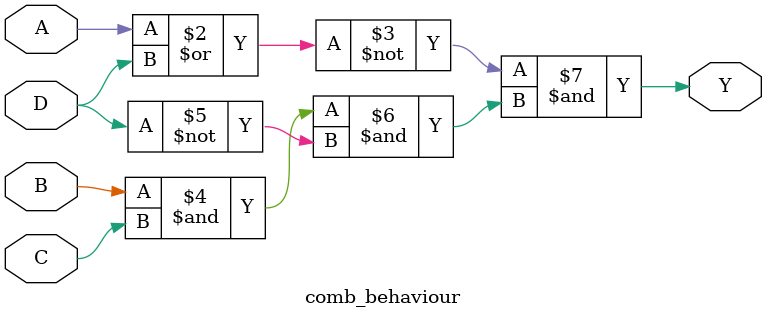
<source format=v>

module comb_behaviour(Y, A, B, C, D);

    output reg Y;
    input A, B, C, D;

    always @ ( * ) begin
        Y = ~(A | D) & (B & C & ~D);
    end

endmodule

</source>
